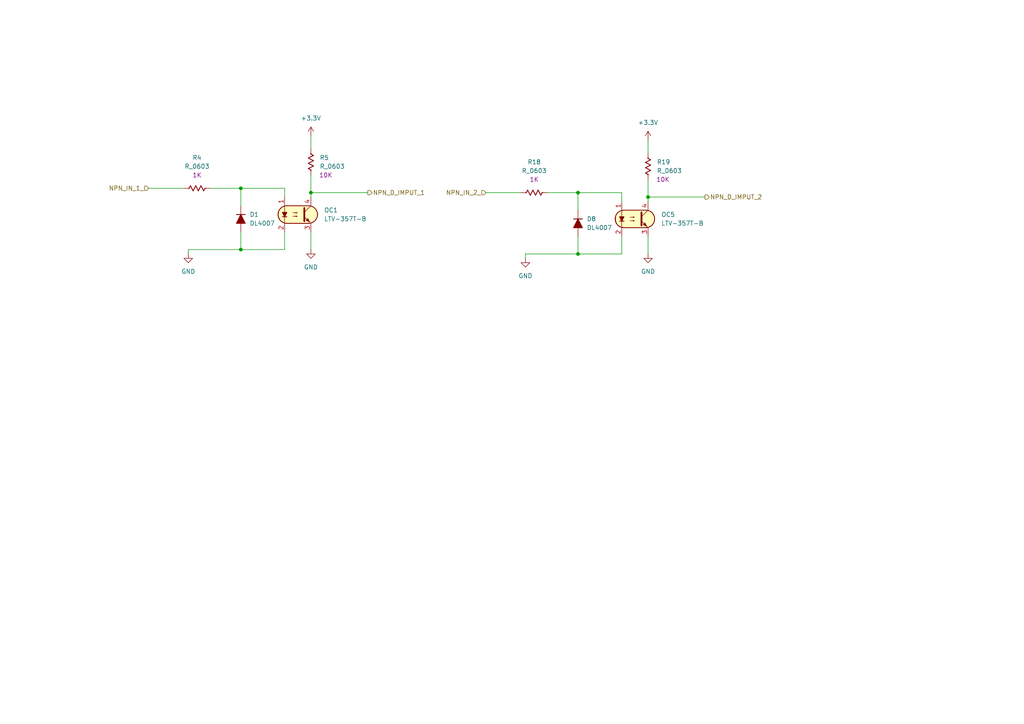
<source format=kicad_sch>
(kicad_sch (version 20250114) (generator "eeschema") (generator_version "9.0")
  (paper "A4")
  (lib_symbols
    (symbol "PCM_Diode_AKL:DL4007" (pin_numbers (hide yes)) (pin_names (offset 1.016) (hide yes))
      (property "Reference" "D" (at 0 5.08 0))
      (property "Value" "DL4007" (at 0 2.54 0))
      (symbol "DL4007_0_1"
        (polyline (pts (xy -1.27 1.27) (xy -1.27 -1.27) (xy 1.27 0) (xy -1.27 1.27)) (stroke (width 0.254)) (fill (type outline)))
        (polyline (pts (xy -1.27 0) (xy 1.27 0)))
        (polyline (pts (xy 1.27 1.27) (xy 1.27 -1.27)) (stroke (width 0.254)))
      )
      (symbol "DL4007_0_2"
        (polyline (pts (xy -2.54 -2.54) (xy 2.54 2.54)))
        (polyline (pts (xy -0.889 -0.889) (xy -1.778 0) (xy 0.889 0.889) (xy 0 -1.778) (xy -0.889 -0.889)) (stroke (width 0.254)) (fill (type outline)))
        (polyline (pts (xy 0 1.778) (xy 1.778 0)) (stroke (width 0.254)))
      )
      (symbol "DL4007_1_1"
        (pin passive line (at -3.81 0 0) (length 2.54) (name "A") (number "2"))
        (pin passive line (at 3.81 0 180) (length 2.54) (name "K") (number "1"))
      )
      (symbol "DL4007_1_2"
        (pin passive line (at -2.54 -2.54 0) (length 0) (name "A") (number "2"))
        (pin passive line (at 2.54 2.54 180) (length 0) (name "K") (number "1"))
      )
    )
    (symbol "PCM_Optocoupler_AKL:LTV-357T-B" (pin_names (offset 1.016))
      (property "Reference" "OC" (at 6.35 1.27 0))
      (property "Value" "LTV-357T-B" (at 6.35 -1.27 0))
      (symbol "LTV-357T-B_0_1"
        (polyline (pts (xy -4.445 -0.635) (xy -3.175 -0.635)) (stroke (width 0.254)))
        (polyline (pts (xy -3.81 -0.635) (xy -4.445 0.635) (xy -3.175 0.635) (xy -3.81 -0.635)) (stroke (width 0.254)) (fill (type outline)))
        (polyline (pts (xy -3.81 -2.54) (xy -3.81 -1.27) (xy -3.81 2.54)) (stroke (width 0.1524)))
        (polyline (pts (xy -3.175 2.54) (xy 3.175 2.54)) (stroke (width 0.254)))
        (arc (start -3.1975 -2.54) (mid -5.7151 0) (end -3.1975 2.54) (stroke (width 0.254)))
        (polyline (pts (xy -2.54 2.54) (xy 3.429 2.54) (xy 4.318 2.286) (xy 4.699 2.032) (xy 5.08 1.651) (xy 5.461 1.016) (xy 5.715 0.381) (xy 5.715 -0.381) (xy 5.461 -1.143) (xy 4.826 -1.905) (xy 4.191 -2.286) (xy 3.302 -2.54) (xy -3.81 -2.54) (xy -3.81 -2.54) (xy -4.572 -2.032) (xy -5.08 -1.778) (xy -5.588 -0.508) (xy -5.588 0.254) (xy -5.588 1.016) (xy -5.08 1.778) (xy -4.318 2.286) (xy -3.556 2.54) (xy -2.54 2.54)) (stroke (width 0.01)) (fill (type background)))
        (polyline (pts (xy -1.397 0.508) (xy -0.127 0.508) (xy -0.508 0.381) (xy -0.508 0.635) (xy -0.127 0.508)))
        (polyline (pts (xy -1.397 -0.508) (xy -0.127 -0.508) (xy -0.508 -0.635) (xy -0.508 -0.381) (xy -0.127 -0.508)))
        (polyline (pts (xy 1.905 1.905) (xy 1.905 -1.905) (xy 1.905 -1.905)) (stroke (width 0.508)))
        (polyline (pts (xy 1.905 0.635) (xy 3.81 2.54)))
        (polyline (pts (xy 2.413 -1.651) (xy 2.921 -1.143) (xy 3.429 -2.159) (xy 2.413 -1.651) (xy 2.413 -1.651)) (fill (type outline)))
        (arc (start 3.1975 2.54) (mid 5.7151 0) (end 3.1975 -2.54) (stroke (width 0.254)))
        (polyline (pts (xy 3.175 -2.54) (xy -3.175 -2.54)) (stroke (width 0.254)))
        (polyline (pts (xy 3.81 -2.54) (xy 1.905 -0.635)) (fill (type outline)))
      )
      (symbol "LTV-357T-B_1_1"
        (pin passive line (at -3.81 5.08 270) (length 2.54) (name "~") (number "1"))
        (pin passive line (at -3.81 -5.08 90) (length 2.54) (name "~") (number "2"))
        (pin passive line (at 3.81 5.08 270) (length 2.54) (name "~") (number "4"))
        (pin passive line (at 3.81 -5.08 90) (length 2.54) (name "~") (number "3"))
      )
    )
    (symbol "PCM_Resistor_US_AKL:R_0603" (pin_numbers (hide yes)) (pin_names (offset 0))
      (property "Reference" "R" (at 2.54 1.27 0))
      (property "Value" "R_0603" (at 2.54 -1.27 0))
      (symbol "R_0603_0_1"
        (polyline (pts (xy 0 2.286) (xy 0 2.54)) (stroke (width 0.254)))
        (polyline (pts (xy 0 2.286) (xy 0.762 1.905) (xy -0.762 1.143) (xy 0 0.762) (xy 0.762 0.381) (xy 0 0) (xy -0.762 -0.381) (xy 0 -0.762) (xy 0.762 -1.143) (xy 0 -1.524) (xy -0.762 -1.905) (xy 0 -2.286)) (stroke (width 0.254)))
        (polyline (pts (xy 0 -2.286) (xy 0 -2.54)) (stroke (width 0.254)))
      )
      (symbol "R_0603_0_2"
        (polyline (pts (xy -2.54 -2.54) (xy -1.778 -1.778)))
        (polyline (pts (xy -1.778 -1.778) (xy -1.524 -1.524)) (stroke (width 0.254)))
        (polyline (pts (xy -1.524 -1.524) (xy -1.778 -0.762) (xy -1.016 -1.016)) (stroke (width 0.254)))
        (polyline (pts (xy -0.508 -0.508) (xy -0.762 0.254) (xy 0 0)) (stroke (width 0.254)))
        (polyline (pts (xy -0.508 -0.508) (xy -0.254 -1.27) (xy -1.016 -1.016)) (stroke (width 0.254)))
        (polyline (pts (xy 0.508 0.508) (xy 0.254 1.27) (xy 1.016 1.016)) (stroke (width 0.254)))
        (polyline (pts (xy 0.508 0.508) (xy 0.762 -0.254) (xy 0 0)) (stroke (width 0.254)))
        (polyline (pts (xy 1.524 1.524) (xy 1.778 0.762) (xy 1.016 1.016)) (stroke (width 0.254)))
        (polyline (pts (xy 1.778 1.778) (xy 1.524 1.524)) (stroke (width 0.254)))
        (polyline (pts (xy 1.778 1.778) (xy 2.54 2.54)))
      )
      (symbol "R_0603_1_1"
        (pin passive line (at 0 3.81 270) (length 1.27) (name "~") (number "1"))
        (pin passive line (at 0 -3.81 90) (length 1.27) (name "~") (number "2"))
      )
      (symbol "R_0603_1_2"
        (pin passive line (at -2.54 -2.54 0) (length 0) (name "") (number "2"))
        (pin passive line (at 2.54 2.54 180) (length 0) (name "") (number "1"))
      )
    )
    (symbol "power:+3.3V" (power) (pin_numbers (hide yes)) (pin_names (offset 0) (hide yes))
      (property "Value" "+3.3V" (at 0 3.556 0))
      (symbol "+3.3V_0_1"
        (polyline (pts (xy -0.762 1.27) (xy 0 2.54)))
        (polyline (pts (xy 0 2.54) (xy 0.762 1.27)))
        (polyline (pts (xy 0 0) (xy 0 2.54)))
      )
      (symbol "+3.3V_1_1"
        (pin power_in line (at 0 0 90) (length 0) (name "~") (number "1"))
      )
    )
    (symbol "power:GND" (power) (pin_numbers (hide yes)) (pin_names (offset 0) (hide yes))
      (property "Value" "GND" (at 0 -3.81 0))
      (symbol "GND_0_1"
        (polyline (pts (xy 0 0) (xy 0 -1.27) (xy 1.27 -1.27) (xy 0 -2.54) (xy -1.27 -1.27) (xy 0 -1.27)))
      )
      (symbol "GND_1_1"
        (pin power_in line (at 0 0 270) (length 0) (name "~") (number "1"))
      )
    )
  )
  (junction (at 69.85 72.39))
  (junction (at 69.85 54.61))
  (junction (at 187.96 57.15))
  (junction (at 167.64 73.66))
  (junction (at 90.17 55.88))
  (junction (at 167.64 55.88))
  (wire (pts (xy 82.55 57.15) (xy 82.55 54.61)))
  (wire (pts (xy 106.68 55.88) (xy 90.17 55.88)))
  (wire (pts (xy 158.75 55.88) (xy 167.64 55.88)))
  (wire (pts (xy 167.64 68.58) (xy 167.64 73.66)))
  (wire (pts (xy 187.96 68.58) (xy 187.96 73.66)))
  (wire (pts (xy 187.96 52.07) (xy 187.96 57.15)))
  (wire (pts (xy 204.47 57.15) (xy 187.96 57.15)))
  (wire (pts (xy 167.64 73.66) (xy 180.34 73.66)))
  (wire (pts (xy 90.17 67.31) (xy 90.17 72.39)))
  (wire (pts (xy 90.17 50.8) (xy 90.17 55.88)))
  (wire (pts (xy 152.4 74.93) (xy 152.4 73.66)))
  (wire (pts (xy 54.61 73.66) (xy 54.61 72.39)))
  (wire (pts (xy 43.18 54.61) (xy 53.34 54.61)))
  (wire (pts (xy 180.34 58.42) (xy 180.34 55.88)))
  (wire (pts (xy 54.61 72.39) (xy 69.85 72.39)))
  (wire (pts (xy 90.17 55.88) (xy 90.17 57.15)))
  (wire (pts (xy 180.34 73.66) (xy 180.34 68.58)))
  (wire (pts (xy 82.55 54.61) (xy 69.85 54.61)))
  (wire (pts (xy 140.97 55.88) (xy 151.13 55.88)))
  (wire (pts (xy 69.85 72.39) (xy 82.55 72.39)))
  (wire (pts (xy 82.55 72.39) (xy 82.55 67.31)))
  (wire (pts (xy 69.85 54.61) (xy 69.85 59.69)))
  (wire (pts (xy 152.4 73.66) (xy 167.64 73.66)))
  (wire (pts (xy 187.96 40.64) (xy 187.96 44.45)))
  (wire (pts (xy 187.96 57.15) (xy 187.96 58.42)))
  (wire (pts (xy 90.17 39.37) (xy 90.17 43.18)))
  (wire (pts (xy 69.85 67.31) (xy 69.85 72.39)))
  (wire (pts (xy 180.34 55.88) (xy 167.64 55.88)))
  (wire (pts (xy 60.96 54.61) (xy 69.85 54.61)))
  (wire (pts (xy 167.64 55.88) (xy 167.64 60.96)))
  (hierarchical_label "NPN_IN_2_" (shape input) (at 140.97 55.88 180))
  (hierarchical_label "NPN_IN_1_" (shape input) (at 43.18 54.61 180))
  (hierarchical_label "NPN_D_IMPUT_2" (shape output) (at 204.47 57.15 0))
  (hierarchical_label "NPN_D_IMPUT_1" (shape output) (at 106.68 55.88 0))
  (symbol (lib_id "power:GND") (at 187.96 73.66 0) (unit 1)
    (property "Reference" "#PWR038" (effects (hide yes)))
    (property "Value" "GND" (at 187.96 78.74 0))
    (property "Description" "Power symbol creates a global label with name \"GND\" , ground" (effects (hide yes)))
  )
  (symbol (lib_id "power:GND") (at 90.17 72.39 0) (unit 1)
    (property "Reference" "#PWR018" (effects (hide yes)))
    (property "Value" "GND" (at 90.17 77.47 0))
    (property "Description" "Power symbol creates a global label with name \"GND\" , ground" (effects (hide yes)))
  )
  (symbol (lib_id "PCM_Diode_AKL:DL4007") (at 167.64 64.77 90) (unit 1)
    (property "Reference" "D8" (at 170.18 63.4999 90) (effects (justify right)))
    (property "Value" "DL4007" (at 170.18 66.0399 90) (effects (justify right)))
    (property "Footprint" "PCM_Diode_SMD_AKL:D_MELF" (effects (hide yes)))
    (property "Datasheet" "https://www.diodes.com/assets/Datasheets/products_inactive_data/ds16001.pdf" (effects (hide yes)))
    (property "Description" "MELF Diode, Rectifier, 1000V, 1A, Alternate KiCad Library" (effects (hide yes)))
  )
  (symbol (lib_id "PCM_Resistor_US_AKL:R_0603") (at 187.96 48.26 180) (unit 1)
    (property "Reference" "R19" (at 190.5 46.9899 0) (effects (justify right)))
    (property "Value" "R_0603" (at 190.5 49.5299 0) (effects (justify right)))
    (property "Footprint" "PCM_Resistor_SMD_AKL:R_0603_1608Metric" (effects (hide yes)))
    (property "Description" "SMD 0603 Chip Resistor, US Symbol, Alternate KiCad Library" (effects (hide yes)))
    (property "Field5" "10K" (at 192.278 52.07 0))
  )
  (symbol (lib_id "PCM_Diode_AKL:DL4007") (at 69.85 63.5 90) (unit 1)
    (property "Reference" "D1" (at 72.39 62.2299 90) (effects (justify right)))
    (property "Value" "DL4007" (at 72.39 64.7699 90) (effects (justify right)))
    (property "Footprint" "PCM_Diode_SMD_AKL:D_MELF" (effects (hide yes)))
    (property "Datasheet" "https://www.diodes.com/assets/Datasheets/products_inactive_data/ds16001.pdf" (effects (hide yes)))
    (property "Description" "MELF Diode, Rectifier, 1000V, 1A, Alternate KiCad Library" (effects (hide yes)))
  )
  (symbol (lib_id "PCM_Optocoupler_AKL:LTV-357T-B") (at 86.36 62.23 0) (unit 1)
    (property "Reference" "OC1" (at 93.98 60.9599 0) (effects (justify left)))
    (property "Value" "LTV-357T-B" (at 93.98 63.4999 0) (effects (justify left)))
    (property "Footprint" "PCM_Package_SO_AKL:SO-4_4.4x3.9mm_P2.54mm" (effects (hide yes)))
    (property "Datasheet" "https://www.tme.eu/Document/4ccb1404604244f2e07aa15af3469fcc/LTV-357T.pdf" (effects (hide yes)))
    (property "Description" "SO-4 Optocoupler, Transistor output, 3.75kV, 18us, Alternate KiCAD Library" (effects (hide yes)))
  )
  (symbol (lib_id "PCM_Resistor_US_AKL:R_0603") (at 90.17 46.99 180) (unit 1)
    (property "Reference" "R5" (at 92.71 45.7199 0) (effects (justify right)))
    (property "Value" "R_0603" (at 92.71 48.2599 0) (effects (justify right)))
    (property "Footprint" "PCM_Resistor_SMD_AKL:R_0603_1608Metric" (effects (hide yes)))
    (property "Description" "SMD 0603 Chip Resistor, US Symbol, Alternate KiCad Library" (effects (hide yes)))
    (property "Field5" "10K" (at 94.488 50.8 0))
  )
  (symbol (lib_id "power:+3.3V") (at 90.17 39.37 0) (unit 1)
    (property "Reference" "#PWR019" (effects (hide yes)))
    (property "Value" "+3.3V" (at 90.17 34.29 0))
    (property "Description" "Power symbol creates a global label with name \"+3.3V\"" (effects (hide yes)))
  )
  (symbol (lib_id "PCM_Optocoupler_AKL:LTV-357T-B") (at 184.15 63.5 0) (unit 1)
    (property "Reference" "OC5" (at 191.77 62.2299 0) (effects (justify left)))
    (property "Value" "LTV-357T-B" (at 191.77 64.7699 0) (effects (justify left)))
    (property "Footprint" "PCM_Package_SO_AKL:SO-4_4.4x3.9mm_P2.54mm" (effects (hide yes)))
    (property "Datasheet" "https://www.tme.eu/Document/4ccb1404604244f2e07aa15af3469fcc/LTV-357T.pdf" (effects (hide yes)))
    (property "Description" "SO-4 Optocoupler, Transistor output, 3.75kV, 18us, Alternate KiCAD Library" (effects (hide yes)))
  )
  (symbol (lib_id "power:GND") (at 152.4 74.93 0) (unit 1)
    (property "Reference" "#PWR035" (effects (hide yes)))
    (property "Value" "GND" (at 152.4 80.01 0))
    (property "Description" "Power symbol creates a global label with name \"GND\" , ground" (effects (hide yes)))
  )
  (symbol (lib_id "power:GND") (at 54.61 73.66 0) (unit 1)
    (property "Reference" "#PWR037" (effects (hide yes)))
    (property "Value" "GND" (at 54.61 78.74 0))
    (property "Description" "Power symbol creates a global label with name \"GND\" , ground" (effects (hide yes)))
  )
  (symbol (lib_id "PCM_Resistor_US_AKL:R_0603") (at 154.94 55.88 270) (unit 1)
    (property "Reference" "R18" (at 154.94 46.99 90))
    (property "Value" "R_0603" (at 154.94 49.53 90))
    (property "Footprint" "PCM_Resistor_SMD_AKL:R_0603_1608Metric" (effects (hide yes)))
    (property "Datasheet" "1K" (effects (hide yes)))
    (property "Description" "SMD 0603 Chip Resistor, US Symbol, Alternate KiCad Library" (effects (hide yes)))
    (property "Field5" "1K" (at 154.94 52.07 90))
  )
  (symbol (lib_id "power:+3.3V") (at 187.96 40.64 0) (unit 1)
    (property "Reference" "#PWR036" (effects (hide yes)))
    (property "Value" "+3.3V" (at 187.96 35.56 0))
    (property "Description" "Power symbol creates a global label with name \"+3.3V\"" (effects (hide yes)))
  )
  (symbol (lib_id "PCM_Resistor_US_AKL:R_0603") (at 57.15 54.61 270) (unit 1)
    (property "Reference" "R4" (at 57.15 45.72 90))
    (property "Value" "R_0603" (at 57.15 48.26 90))
    (property "Footprint" "PCM_Resistor_SMD_AKL:R_0603_1608Metric" (effects (hide yes)))
    (property "Datasheet" "1K" (effects (hide yes)))
    (property "Description" "SMD 0603 Chip Resistor, US Symbol, Alternate KiCad Library" (effects (hide yes)))
    (property "Field5" "1K" (at 57.15 50.8 90))
  )
)
</source>
